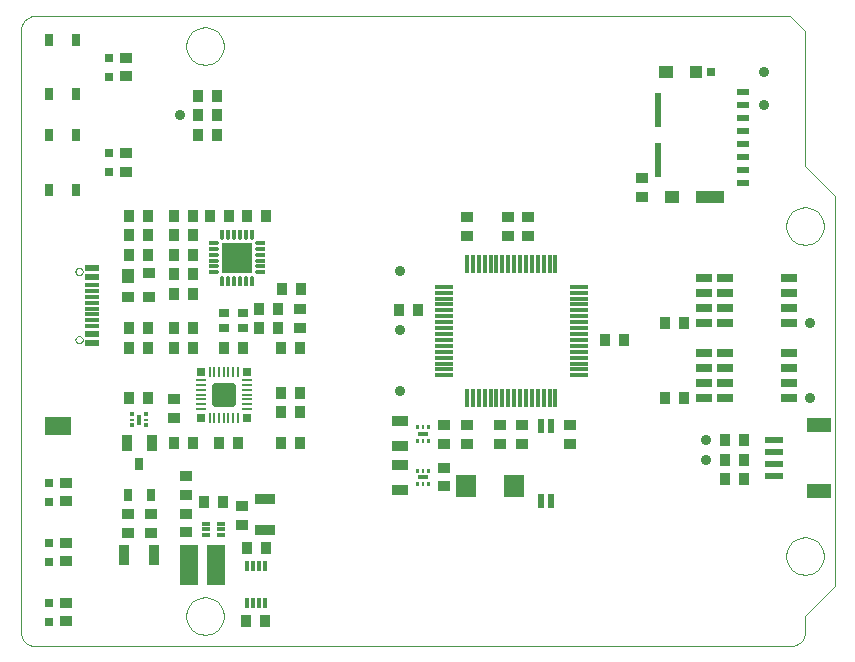
<source format=gbr>
G04 PROTEUS RS274X GERBER FILE*
%FSLAX45Y45*%
%MOMM*%
G01*
%ADD17R,0.700000X1.000000*%
%ADD18R,0.800000X0.800000*%
%ADD19R,2.200000X1.650000*%
%ADD70R,1.050000X0.900000*%
%ADD71R,0.900000X1.050000*%
%ADD24R,2.390000X1.050000*%
%ADD25R,1.200000X1.050000*%
%ADD26R,1.080000X1.050000*%
%ADD27R,0.550000X2.910000*%
%ADD28R,1.000000X0.500000*%
%ADD29R,0.780000X0.720000*%
%ADD72R,1.500000X0.300000*%
%ADD73R,0.300000X1.500000*%
%ADD30R,0.300000X0.850000*%
%ADD31R,0.600000X1.200000*%
%ADD32C,0.889000*%
%ADD33C,0.150000*%
%ADD36R,1.150000X0.600000*%
%ADD37R,1.150000X0.300000*%
%AMPPAD114*
4,1,23,
-0.285590,0.149240,
-0.300670,0.147020,
-0.329030,0.138430,
-0.354540,0.124790,
-0.376640,0.106640,
-0.394790,0.084540,
-0.408430,0.059030,
-0.417020,0.030670,
-0.419240,0.015590,
-0.420000,0.000000,
-0.419240,-0.015590,
-0.417020,-0.030670,
-0.408430,-0.059030,
-0.394790,-0.084540,
-0.376640,-0.106640,
-0.354540,-0.124790,
-0.329030,-0.138430,
-0.300670,-0.147020,
-0.285590,-0.149240,
-0.270000,-0.150000,
0.420000,-0.150000,
0.420000,0.150000,
-0.270000,0.150000,
-0.285590,0.149240,
0*%
%ADD124PPAD114*%
%AMPPAD115*
4,1,23,
-0.150000,-0.270000,
-0.149240,-0.285590,
-0.147020,-0.300670,
-0.138430,-0.329030,
-0.124790,-0.354540,
-0.106640,-0.376640,
-0.084540,-0.394790,
-0.059030,-0.408430,
-0.030670,-0.417020,
-0.015590,-0.419240,
0.000000,-0.420000,
0.015590,-0.419240,
0.030670,-0.417020,
0.059030,-0.408430,
0.084540,-0.394790,
0.106640,-0.376640,
0.124790,-0.354540,
0.138430,-0.329030,
0.147020,-0.300670,
0.149240,-0.285590,
0.150000,-0.270000,
0.150000,0.420000,
-0.150000,0.420000,
-0.150000,-0.270000,
0*%
%ADD125PPAD115*%
%AMPPAD116*
4,1,23,
-0.420000,-0.150000,
0.270000,-0.150000,
0.285590,-0.149240,
0.300670,-0.147020,
0.329030,-0.138430,
0.354540,-0.124790,
0.376640,-0.106640,
0.394790,-0.084540,
0.408430,-0.059030,
0.417020,-0.030670,
0.419240,-0.015590,
0.420000,0.000000,
0.419240,0.015590,
0.417020,0.030670,
0.408430,0.059030,
0.394790,0.084540,
0.376640,0.106640,
0.354540,0.124790,
0.329030,0.138430,
0.300670,0.147020,
0.285590,0.149240,
0.270000,0.150000,
-0.420000,0.150000,
-0.420000,-0.150000,
0*%
%ADD126PPAD116*%
%AMPPAD117*
4,1,23,
-0.015590,0.419240,
-0.030670,0.417020,
-0.059030,0.408430,
-0.084540,0.394790,
-0.106640,0.376640,
-0.124790,0.354540,
-0.138430,0.329030,
-0.147020,0.300670,
-0.149240,0.285590,
-0.150000,0.270000,
-0.150000,-0.420000,
0.150000,-0.420000,
0.150000,0.270000,
0.149240,0.285590,
0.147020,0.300670,
0.138430,0.329030,
0.124790,0.354540,
0.106640,0.376640,
0.084540,0.394790,
0.059030,0.408430,
0.030670,0.417020,
0.015590,0.419240,
0.000000,0.420000,
-0.015590,0.419240,
0*%
%ADD127PPAD117*%
%ADD42R,2.600000X2.600000*%
%ADD43R,0.900000X0.800000*%
%ADD44R,1.016000X1.270000*%
%ADD45R,1.016000X0.889000*%
%AMPPAD118*
4,1,36,
-0.423480,-0.039380,
-0.419120,-0.053790,
-0.412190,-0.066740,
-0.402970,-0.077970,
-0.391750,-0.087190,
-0.378790,-0.094120,
-0.364380,-0.098480,
-0.348800,-0.100000,
0.348800,-0.100000,
0.364380,-0.098480,
0.378790,-0.094120,
0.391750,-0.087190,
0.402970,-0.077970,
0.412190,-0.066740,
0.419120,-0.053790,
0.423480,-0.039380,
0.425000,-0.023800,
0.425000,0.023800,
0.423480,0.039380,
0.419120,0.053790,
0.412190,0.066740,
0.402970,0.077970,
0.391750,0.087190,
0.378790,0.094120,
0.364380,0.098480,
0.348800,0.100000,
-0.348800,0.100000,
-0.364380,0.098480,
-0.378790,0.094120,
-0.391750,0.087190,
-0.402970,0.077970,
-0.412190,0.066740,
-0.419120,0.053790,
-0.423480,0.039380,
-0.425000,0.023800,
-0.425000,-0.023800,
-0.423480,-0.039380,
0*%
%ADD128PPAD118*%
%AMPPAD119*
4,1,36,
0.039380,-0.423480,
0.053790,-0.419120,
0.066740,-0.412190,
0.077970,-0.402970,
0.087190,-0.391750,
0.094120,-0.378790,
0.098480,-0.364380,
0.100000,-0.348800,
0.100000,0.348800,
0.098480,0.364380,
0.094120,0.378790,
0.087190,0.391750,
0.077970,0.402970,
0.066740,0.412190,
0.053790,0.419120,
0.039380,0.423480,
0.023800,0.425000,
-0.023800,0.425000,
-0.039380,0.423480,
-0.053790,0.419120,
-0.066740,0.412190,
-0.077970,0.402970,
-0.087190,0.391750,
-0.094120,0.378790,
-0.098480,0.364380,
-0.100000,0.348800,
-0.100000,-0.348800,
-0.098480,-0.364380,
-0.094120,-0.378790,
-0.087190,-0.391750,
-0.077970,-0.402970,
-0.066740,-0.412190,
-0.053790,-0.419120,
-0.039380,-0.423480,
-0.023800,-0.425000,
0.023800,-0.425000,
0.039380,-0.423480,
0*%
%ADD129PPAD119*%
%AMPPAD120*
4,1,36,
0.797930,-0.994950,
0.845960,-0.980400,
0.889150,-0.957300,
0.926580,-0.926580,
0.957300,-0.889150,
0.980400,-0.845960,
0.994950,-0.797930,
1.000000,-0.746000,
1.000000,0.746000,
0.994950,0.797930,
0.980400,0.845960,
0.957300,0.889150,
0.926580,0.926580,
0.889150,0.957300,
0.845960,0.980400,
0.797930,0.994950,
0.746000,1.000000,
-0.746000,1.000000,
-0.797930,0.994950,
-0.845960,0.980400,
-0.889150,0.957300,
-0.926580,0.926580,
-0.957300,0.889150,
-0.980400,0.845960,
-0.994950,0.797930,
-1.000000,0.746000,
-1.000000,-0.746000,
-0.994950,-0.797930,
-0.980400,-0.845960,
-0.957300,-0.889150,
-0.926580,-0.926580,
-0.889150,-0.957300,
-0.845960,-0.980400,
-0.797930,-0.994950,
-0.746000,-1.000000,
0.746000,-1.000000,
0.797930,-0.994950,
0*%
%ADD130PPAD120*%
%ADD49R,0.780000X0.780000*%
%ADD50R,1.473200X0.635000*%
%ADD51R,0.711200X0.990600*%
%ADD52R,0.350000X0.180000*%
%ADD53R,0.300000X0.940000*%
%ADD54R,0.889000X1.397000*%
%ADD55R,0.180000X0.350000*%
%ADD56R,0.940000X0.300000*%
%ADD57R,1.397000X0.889000*%
%ADD58R,1.800000X1.900000*%
%ADD59R,0.670000X0.300000*%
%ADD60R,1.500000X3.500000*%
%ADD61R,1.800000X0.900000*%
%ADD62R,0.900000X1.800000*%
%ADD63R,2.000000X1.200000*%
%ADD64R,1.550000X0.600000*%
%ADD65C,0.025400*%
D17*
X+466300Y+3864350D03*
X+466300Y+4324350D03*
X+241300Y+4324350D03*
X+241300Y+3864350D03*
X+466300Y+4670800D03*
X+466300Y+5130800D03*
X+241300Y+5130800D03*
X+241300Y+4670800D03*
D18*
X+241300Y+368200D03*
X+241300Y+203200D03*
D19*
X+318250Y+1866700D03*
D70*
X+387350Y+716200D03*
X+387350Y+876200D03*
X+387350Y+368200D03*
X+387350Y+208200D03*
D18*
X+241300Y+876200D03*
X+241300Y+711200D03*
D71*
X+1080400Y+2692200D03*
X+920400Y+2692200D03*
D70*
X+387350Y+1224200D03*
X+387350Y+1384200D03*
D18*
X+241300Y+1384200D03*
X+241300Y+1219200D03*
D24*
X+5836500Y+3800600D03*
D25*
X+5461000Y+4864100D03*
D26*
X+5722000Y+4864100D03*
D27*
X+5393500Y+4117100D03*
X+5393500Y+4536100D03*
D25*
X+5518000Y+3800600D03*
D28*
X+6117000Y+4688100D03*
X+6117000Y+4578100D03*
X+6117000Y+4468100D03*
X+6117000Y+4358100D03*
X+6117000Y+4248100D03*
X+6117000Y+4138100D03*
X+6117000Y+4028100D03*
X+6117000Y+3918100D03*
D29*
X+5849000Y+4864100D03*
D72*
X+3584400Y+3042400D03*
X+3584400Y+2992400D03*
X+3584400Y+2942400D03*
X+3584400Y+2892400D03*
X+3584400Y+2842400D03*
X+3584400Y+2792400D03*
X+3584400Y+2742400D03*
X+3584400Y+2692400D03*
X+3584400Y+2642400D03*
X+3584400Y+2592400D03*
X+3584400Y+2542400D03*
X+3584400Y+2492400D03*
X+3584400Y+2442400D03*
X+3584400Y+2392400D03*
X+3584400Y+2342400D03*
X+3584400Y+2292400D03*
D73*
X+3779400Y+2097400D03*
X+3829400Y+2097400D03*
X+3879400Y+2097400D03*
X+3929400Y+2097400D03*
X+3979400Y+2097400D03*
X+4029400Y+2097400D03*
X+4079400Y+2097400D03*
X+4129400Y+2097400D03*
X+4179400Y+2097400D03*
X+4229400Y+2097400D03*
X+4279400Y+2097400D03*
X+4329400Y+2097400D03*
X+4379400Y+2097400D03*
X+4429400Y+2097400D03*
X+4479400Y+2097400D03*
X+4529400Y+2097400D03*
D72*
X+4724400Y+2292400D03*
X+4724400Y+2342400D03*
X+4724400Y+2392400D03*
X+4724400Y+2442400D03*
X+4724400Y+2492400D03*
X+4724400Y+2542400D03*
X+4724400Y+2592400D03*
X+4724400Y+2642400D03*
X+4724400Y+2692400D03*
X+4724400Y+2742400D03*
X+4724400Y+2792400D03*
X+4724400Y+2842400D03*
X+4724400Y+2892400D03*
X+4724400Y+2942400D03*
X+4724400Y+2992400D03*
X+4724400Y+3042400D03*
D73*
X+4529400Y+3237400D03*
X+4479400Y+3237400D03*
X+4429400Y+3237400D03*
X+4379400Y+3237400D03*
X+4329400Y+3237400D03*
X+4279400Y+3237400D03*
X+4229400Y+3237400D03*
X+4179400Y+3237400D03*
X+4129400Y+3237400D03*
X+4079400Y+3237400D03*
X+4029400Y+3237400D03*
X+3979400Y+3237400D03*
X+3929400Y+3237400D03*
X+3879400Y+3237400D03*
X+3829400Y+3237400D03*
X+3779400Y+3237400D03*
D30*
X+2065725Y+676600D03*
X+2015725Y+676600D03*
X+1965725Y+676600D03*
X+1915725Y+676600D03*
X+1915725Y+360600D03*
X+1965725Y+360600D03*
X+2015725Y+360600D03*
X+2065725Y+360600D03*
D70*
X+4294500Y+3472350D03*
X+4294500Y+3632350D03*
X+4129400Y+3472350D03*
X+4129400Y+3632350D03*
X+3779400Y+3472350D03*
X+3779400Y+3632350D03*
D71*
X+3362150Y+2842400D03*
X+3202150Y+2842400D03*
D70*
X+3779400Y+1875150D03*
X+3779400Y+1715150D03*
X+4060350Y+1875150D03*
X+4060350Y+1715150D03*
D71*
X+4946650Y+2592400D03*
X+5106650Y+2592400D03*
X+1767450Y+3644700D03*
X+1607450Y+3644700D03*
D31*
X+4403250Y+1862450D03*
X+4403250Y+1232450D03*
X+4493250Y+1232450D03*
X+4493250Y+1862450D03*
D70*
X+4244500Y+1715150D03*
X+4244500Y+1875150D03*
X+4653440Y+1715150D03*
X+4653440Y+1875150D03*
D71*
X+1456300Y+2984300D03*
X+1296300Y+2984300D03*
X+1080400Y+2527100D03*
X+920400Y+2527100D03*
X+2020200Y+2857300D03*
X+2180200Y+2857300D03*
D70*
X+5264150Y+3962400D03*
X+5264150Y+3802400D03*
D32*
X+6294800Y+4863850D03*
X+6294800Y+4578100D03*
D71*
X+2071350Y+208200D03*
X+1911350Y+208200D03*
X+2074525Y+827325D03*
X+1914525Y+827325D03*
D33*
X+495750Y+2593500D03*
X+495750Y+3171500D03*
D36*
X+603250Y+3202500D03*
X+603250Y+3122500D03*
D37*
X+603250Y+3007500D03*
X+603250Y+2907500D03*
X+603250Y+2857500D03*
X+603250Y+2757500D03*
D36*
X+603250Y+2562500D03*
X+603250Y+2642500D03*
D37*
X+603250Y+2707500D03*
X+603250Y+2807500D03*
X+603250Y+2957500D03*
X+603250Y+3057500D03*
D124*
X+2027950Y+3164500D03*
X+2027950Y+3214500D03*
X+2027950Y+3264500D03*
X+2027950Y+3314500D03*
X+2027950Y+3364500D03*
X+2027950Y+3414500D03*
D125*
X+1957950Y+3484500D03*
X+1907950Y+3484500D03*
X+1857950Y+3484500D03*
X+1807950Y+3484500D03*
X+1757950Y+3484500D03*
X+1707950Y+3484500D03*
D126*
X+1637950Y+3414500D03*
X+1637950Y+3364500D03*
X+1637950Y+3314500D03*
X+1637950Y+3264500D03*
X+1637950Y+3214500D03*
X+1637950Y+3164500D03*
D127*
X+1707950Y+3094500D03*
X+1757950Y+3094500D03*
X+1807950Y+3094500D03*
X+1857950Y+3094500D03*
X+1907950Y+3094500D03*
X+1957950Y+3094500D03*
D42*
X+1832950Y+3289500D03*
D43*
X+1721750Y+2692200D03*
X+1881750Y+2692200D03*
X+1881750Y+2822200D03*
X+1721750Y+2822200D03*
D71*
X+920400Y+3314500D03*
X+1080400Y+3314500D03*
X+1080400Y+3644700D03*
X+920400Y+3644700D03*
X+920400Y+3479600D03*
X+1080400Y+3479600D03*
D44*
X+908970Y+3135430D03*
D45*
X+908970Y+2955090D03*
X+1091850Y+2955090D03*
X+1091850Y+3155750D03*
D71*
X+1296300Y+3314500D03*
X+1456300Y+3314500D03*
X+1296300Y+3644700D03*
X+1456300Y+3644700D03*
X+1456300Y+3149400D03*
X+1296300Y+3149400D03*
X+1296300Y+3479600D03*
X+1456300Y+3479600D03*
X+1456300Y+2692200D03*
X+1296300Y+2692200D03*
X+2020200Y+2692200D03*
X+2180200Y+2692200D03*
D70*
X+2364350Y+2857300D03*
X+2364350Y+2697300D03*
D71*
X+2211950Y+3022400D03*
X+2371950Y+3022400D03*
X+1919850Y+3644700D03*
X+2079850Y+3644700D03*
D18*
X+749300Y+4176900D03*
X+749300Y+4011900D03*
D70*
X+895350Y+4016900D03*
X+895350Y+4176900D03*
D18*
X+749300Y+4983350D03*
X+749300Y+4818350D03*
D70*
X+895350Y+4823350D03*
X+895350Y+4983350D03*
D128*
X+1525500Y+2248900D03*
X+1525500Y+2208900D03*
X+1525500Y+2168900D03*
X+1525500Y+2128900D03*
X+1525500Y+2088900D03*
X+1525500Y+2048900D03*
X+1525500Y+2008900D03*
D129*
X+1600500Y+1933900D03*
X+1640500Y+1933900D03*
X+1680500Y+1933900D03*
X+1720500Y+1933900D03*
X+1760500Y+1933900D03*
X+1800500Y+1933900D03*
X+1840500Y+1933900D03*
D128*
X+1915500Y+2008900D03*
X+1915500Y+2048900D03*
X+1915500Y+2088900D03*
X+1915500Y+2128900D03*
X+1915500Y+2168900D03*
X+1915500Y+2208900D03*
X+1915500Y+2248900D03*
D129*
X+1840500Y+2323900D03*
X+1800500Y+2323900D03*
X+1760500Y+2323900D03*
X+1720500Y+2323900D03*
X+1680500Y+2323900D03*
X+1640500Y+2323900D03*
X+1600500Y+2323900D03*
D130*
X+1720500Y+2128900D03*
D49*
X+1525500Y+2323900D03*
X+1525500Y+1933900D03*
X+1915500Y+1933900D03*
X+1915500Y+2323900D03*
D71*
X+1720500Y+2527100D03*
X+1880500Y+2527100D03*
X+2204350Y+2525850D03*
X+2364350Y+2525850D03*
D50*
X+6502400Y+2738400D03*
X+6502400Y+2865400D03*
X+6502400Y+2992400D03*
X+6502400Y+3119400D03*
X+5784850Y+3119400D03*
X+5962400Y+3119400D03*
X+5784850Y+2992400D03*
X+5962400Y+2992400D03*
X+5962400Y+2865400D03*
X+5784850Y+2865400D03*
X+5962400Y+2738400D03*
X+5784850Y+2738400D03*
X+6502400Y+2103400D03*
X+6502400Y+2230400D03*
X+6502400Y+2357400D03*
X+6502400Y+2484400D03*
X+5784850Y+2484400D03*
X+5962400Y+2484400D03*
X+5784850Y+2357400D03*
X+5962400Y+2357400D03*
X+5962400Y+2230400D03*
X+5784850Y+2230400D03*
X+5962400Y+2103400D03*
X+5784850Y+2103400D03*
D71*
X+1456300Y+2527100D03*
X+1296300Y+2527100D03*
X+2204350Y+2144850D03*
X+2364350Y+2144850D03*
X+2204350Y+1979750D03*
X+2364350Y+1979750D03*
X+1456300Y+1719717D03*
X+1296300Y+1719717D03*
X+2364350Y+1719400D03*
X+2204350Y+1719400D03*
X+1680500Y+1719717D03*
X+1840500Y+1719717D03*
D51*
X+910220Y+1280297D03*
X+1100720Y+1280297D03*
X+1004200Y+1541917D03*
D70*
X+1296300Y+2089267D03*
X+1296300Y+1929267D03*
X+910220Y+1121547D03*
X+910220Y+961547D03*
X+1100720Y+961547D03*
X+1100720Y+1121547D03*
D32*
X+6680200Y+2738400D03*
X+6680200Y+2103400D03*
D71*
X+5613400Y+2103400D03*
X+5453400Y+2103400D03*
X+5613400Y+2738400D03*
X+5453400Y+2738400D03*
D52*
X+946700Y+1969267D03*
X+946700Y+1956567D03*
X+946700Y+1916567D03*
X+946700Y+1876567D03*
X+946700Y+1863867D03*
X+1061700Y+1876567D03*
X+1061700Y+1863867D03*
X+1061700Y+1916567D03*
X+1061700Y+1969267D03*
X+1061700Y+1956567D03*
D53*
X+1004200Y+1916567D03*
D71*
X+920400Y+2100717D03*
X+1080400Y+2100717D03*
D54*
X+1112150Y+1719717D03*
X+898790Y+1719717D03*
D55*
X+3459000Y+1855200D03*
X+3446300Y+1855200D03*
X+3406300Y+1855200D03*
X+3366300Y+1855200D03*
X+3353600Y+1855200D03*
X+3366300Y+1740200D03*
X+3353600Y+1740200D03*
X+3406300Y+1740200D03*
X+3459000Y+1740200D03*
X+3446300Y+1740200D03*
D56*
X+3406300Y+1797700D03*
D55*
X+3459000Y+1486550D03*
X+3446300Y+1486550D03*
X+3406300Y+1486550D03*
X+3366300Y+1486550D03*
X+3353600Y+1486550D03*
X+3366300Y+1371550D03*
X+3353600Y+1371550D03*
X+3406300Y+1371550D03*
X+3459000Y+1371550D03*
X+3446300Y+1371550D03*
D56*
X+3406300Y+1429050D03*
D71*
X+1663700Y+4660900D03*
X+1503700Y+4660900D03*
X+1663700Y+4495800D03*
X+1503700Y+4495800D03*
D32*
X+1346200Y+4495800D03*
D71*
X+1503700Y+4330700D03*
X+1663700Y+4330700D03*
D70*
X+3588900Y+1875150D03*
X+3588900Y+1715150D03*
D57*
X+3209450Y+1692290D03*
X+3209450Y+1905650D03*
X+3209450Y+1320180D03*
X+3209450Y+1533540D03*
D70*
X+3588900Y+1511950D03*
X+3588900Y+1351950D03*
D58*
X+4179925Y+1354175D03*
X+3769925Y+1354175D03*
D59*
X+1698150Y+937850D03*
X+1698150Y+987850D03*
X+1698150Y+1037850D03*
X+1571150Y+1037850D03*
X+1571150Y+987850D03*
X+1571150Y+937850D03*
D60*
X+1653700Y+689400D03*
X+1423700Y+689400D03*
D61*
X+2072800Y+984550D03*
X+2072800Y+1241850D03*
D62*
X+1131200Y+773567D03*
X+873900Y+773567D03*
D70*
X+1874150Y+1027567D03*
X+1874150Y+1187567D03*
D71*
X+1717200Y+1216450D03*
X+1557200Y+1216450D03*
D70*
X+1399170Y+1280297D03*
X+1399170Y+1440297D03*
X+1399700Y+1122450D03*
X+1399700Y+962450D03*
D32*
X+3209450Y+2159650D03*
X+3209450Y+2680350D03*
X+3209450Y+3175650D03*
D71*
X+5964900Y+1743250D03*
X+6124900Y+1743250D03*
X+5964900Y+1579750D03*
X+6124900Y+1579750D03*
D63*
X+6756400Y+1873250D03*
X+6756400Y+1313250D03*
D64*
X+6378900Y+1443250D03*
X+6378900Y+1543250D03*
X+6378900Y+1643250D03*
X+6378900Y+1743250D03*
D71*
X+6124900Y+1414650D03*
X+5964900Y+1414650D03*
D32*
X+5799800Y+1579750D03*
X+5799800Y+1743250D03*
D65*
X+6800850Y+762000D02*
X+6800320Y+774958D01*
X+6796016Y+800876D01*
X+6787025Y+826794D01*
X+6772380Y+852712D01*
X+6749976Y+878466D01*
X+6724058Y+897958D01*
X+6698140Y+910530D01*
X+6672222Y+917866D01*
X+6646304Y+920694D01*
X+6642100Y+920750D01*
X+6483350Y+762000D02*
X+6483880Y+774958D01*
X+6488184Y+800876D01*
X+6497175Y+826794D01*
X+6511820Y+852712D01*
X+6534224Y+878466D01*
X+6560142Y+897958D01*
X+6586060Y+910530D01*
X+6611978Y+917866D01*
X+6637896Y+920694D01*
X+6642100Y+920750D01*
X+6483350Y+762000D02*
X+6483880Y+749042D01*
X+6488184Y+723124D01*
X+6497175Y+697206D01*
X+6511820Y+671288D01*
X+6534224Y+645534D01*
X+6560142Y+626042D01*
X+6586060Y+613470D01*
X+6611978Y+606134D01*
X+6637896Y+603306D01*
X+6642100Y+603250D01*
X+6800850Y+762000D02*
X+6800320Y+749042D01*
X+6796016Y+723124D01*
X+6787025Y+697206D01*
X+6772380Y+671288D01*
X+6749976Y+645534D01*
X+6724058Y+626042D01*
X+6698140Y+613470D01*
X+6672222Y+606134D01*
X+6646304Y+603306D01*
X+6642100Y+603250D01*
X+6800850Y+3556000D02*
X+6800320Y+3568958D01*
X+6796016Y+3594876D01*
X+6787025Y+3620794D01*
X+6772380Y+3646712D01*
X+6749976Y+3672466D01*
X+6724058Y+3691958D01*
X+6698140Y+3704530D01*
X+6672222Y+3711866D01*
X+6646304Y+3714694D01*
X+6642100Y+3714750D01*
X+6483350Y+3556000D02*
X+6483880Y+3568958D01*
X+6488184Y+3594876D01*
X+6497175Y+3620794D01*
X+6511820Y+3646712D01*
X+6534224Y+3672466D01*
X+6560142Y+3691958D01*
X+6586060Y+3704530D01*
X+6611978Y+3711866D01*
X+6637896Y+3714694D01*
X+6642100Y+3714750D01*
X+6483350Y+3556000D02*
X+6483880Y+3543042D01*
X+6488184Y+3517124D01*
X+6497175Y+3491206D01*
X+6511820Y+3465288D01*
X+6534224Y+3439534D01*
X+6560142Y+3420042D01*
X+6586060Y+3407470D01*
X+6611978Y+3400134D01*
X+6637896Y+3397306D01*
X+6642100Y+3397250D01*
X+6800850Y+3556000D02*
X+6800320Y+3543042D01*
X+6796016Y+3517124D01*
X+6787025Y+3491206D01*
X+6772380Y+3465288D01*
X+6749976Y+3439534D01*
X+6724058Y+3420042D01*
X+6698140Y+3407470D01*
X+6672222Y+3400134D01*
X+6646304Y+3397306D01*
X+6642100Y+3397250D01*
X+1720850Y+5080000D02*
X+1720320Y+5092958D01*
X+1716016Y+5118876D01*
X+1707025Y+5144794D01*
X+1692380Y+5170712D01*
X+1669976Y+5196466D01*
X+1644058Y+5215958D01*
X+1618140Y+5228530D01*
X+1592222Y+5235866D01*
X+1566304Y+5238694D01*
X+1562100Y+5238750D01*
X+1403350Y+5080000D02*
X+1403880Y+5092958D01*
X+1408184Y+5118876D01*
X+1417175Y+5144794D01*
X+1431820Y+5170712D01*
X+1454224Y+5196466D01*
X+1480142Y+5215958D01*
X+1506060Y+5228530D01*
X+1531978Y+5235866D01*
X+1557896Y+5238694D01*
X+1562100Y+5238750D01*
X+1403350Y+5080000D02*
X+1403880Y+5067042D01*
X+1408184Y+5041124D01*
X+1417175Y+5015206D01*
X+1431820Y+4989288D01*
X+1454224Y+4963534D01*
X+1480142Y+4944042D01*
X+1506060Y+4931470D01*
X+1531978Y+4924134D01*
X+1557896Y+4921306D01*
X+1562100Y+4921250D01*
X+1720850Y+5080000D02*
X+1720320Y+5067042D01*
X+1716016Y+5041124D01*
X+1707025Y+5015206D01*
X+1692380Y+4989288D01*
X+1669976Y+4963534D01*
X+1644058Y+4944042D01*
X+1618140Y+4931470D01*
X+1592222Y+4924134D01*
X+1566304Y+4921306D01*
X+1562100Y+4921250D01*
X+1720850Y+254000D02*
X+1720320Y+266958D01*
X+1716016Y+292876D01*
X+1707025Y+318794D01*
X+1692380Y+344712D01*
X+1669976Y+370466D01*
X+1644058Y+389958D01*
X+1618140Y+402530D01*
X+1592222Y+409866D01*
X+1566304Y+412694D01*
X+1562100Y+412750D01*
X+1403350Y+254000D02*
X+1403880Y+266958D01*
X+1408184Y+292876D01*
X+1417175Y+318794D01*
X+1431820Y+344712D01*
X+1454224Y+370466D01*
X+1480142Y+389958D01*
X+1506060Y+402530D01*
X+1531978Y+409866D01*
X+1557896Y+412694D01*
X+1562100Y+412750D01*
X+1403350Y+254000D02*
X+1403880Y+241042D01*
X+1408184Y+215124D01*
X+1417175Y+189206D01*
X+1431820Y+163288D01*
X+1454224Y+137534D01*
X+1480142Y+118042D01*
X+1506060Y+105470D01*
X+1531978Y+98134D01*
X+1557896Y+95306D01*
X+1562100Y+95250D01*
X+1720850Y+254000D02*
X+1720320Y+241042D01*
X+1716016Y+215124D01*
X+1707025Y+189206D01*
X+1692380Y+163288D01*
X+1669976Y+137534D01*
X+1644058Y+118042D01*
X+1618140Y+105470D01*
X+1592222Y+98134D01*
X+1566304Y+95306D01*
X+1562100Y+95250D01*
X+127000Y+0D02*
X+101032Y+2527D01*
X+77018Y+9798D01*
X+55423Y+21347D01*
X+36711Y+36711D01*
X+21348Y+55423D01*
X+9798Y+77018D01*
X+2527Y+101032D01*
X+0Y+127000D01*
X+0Y+5207000D01*
X+2527Y+5232967D01*
X+9798Y+5256981D01*
X+21348Y+5278577D01*
X+36711Y+5297289D01*
X+55423Y+5312652D01*
X+77018Y+5324202D01*
X+101032Y+5331473D01*
X+127000Y+5334000D01*
X+6515100Y+5334000D01*
X+6642100Y+5207000D01*
X+6642100Y+4064000D01*
X+6896100Y+3810000D01*
X+6896100Y+508000D01*
X+6642100Y+254000D01*
X+6642100Y+127000D01*
X+6639573Y+101032D01*
X+6632302Y+77018D01*
X+6620752Y+55423D01*
X+6605389Y+36711D01*
X+6586677Y+21347D01*
X+6565081Y+9798D01*
X+6541067Y+2527D01*
X+6515100Y+0D01*
X+127000Y+0D01*
X+526230Y+3171500D02*
X+526125Y+3174029D01*
X+525270Y+3179088D01*
X+523482Y+3184147D01*
X+520560Y+3189206D01*
X+516090Y+3194201D01*
X+511031Y+3197873D01*
X+505972Y+3200215D01*
X+500913Y+3201540D01*
X+495854Y+3201980D01*
X+495750Y+3201980D01*
X+465270Y+3171500D02*
X+465375Y+3174029D01*
X+466230Y+3179088D01*
X+468018Y+3184147D01*
X+470940Y+3189206D01*
X+475410Y+3194201D01*
X+480469Y+3197873D01*
X+485528Y+3200215D01*
X+490587Y+3201540D01*
X+495646Y+3201980D01*
X+495750Y+3201980D01*
X+465270Y+3171500D02*
X+465375Y+3168971D01*
X+466230Y+3163912D01*
X+468018Y+3158853D01*
X+470940Y+3153794D01*
X+475410Y+3148799D01*
X+480469Y+3145127D01*
X+485528Y+3142785D01*
X+490587Y+3141460D01*
X+495646Y+3141020D01*
X+495750Y+3141020D01*
X+526230Y+3171500D02*
X+526125Y+3168971D01*
X+525270Y+3163912D01*
X+523482Y+3158853D01*
X+520560Y+3153794D01*
X+516090Y+3148799D01*
X+511031Y+3145127D01*
X+505972Y+3142785D01*
X+500913Y+3141460D01*
X+495854Y+3141020D01*
X+495750Y+3141020D01*
X+526230Y+2593500D02*
X+526125Y+2596029D01*
X+525270Y+2601088D01*
X+523482Y+2606147D01*
X+520560Y+2611206D01*
X+516090Y+2616201D01*
X+511031Y+2619873D01*
X+505972Y+2622215D01*
X+500913Y+2623540D01*
X+495854Y+2623980D01*
X+495750Y+2623980D01*
X+465270Y+2593500D02*
X+465375Y+2596029D01*
X+466230Y+2601088D01*
X+468018Y+2606147D01*
X+470940Y+2611206D01*
X+475410Y+2616201D01*
X+480469Y+2619873D01*
X+485528Y+2622215D01*
X+490587Y+2623540D01*
X+495646Y+2623980D01*
X+495750Y+2623980D01*
X+465270Y+2593500D02*
X+465375Y+2590971D01*
X+466230Y+2585912D01*
X+468018Y+2580853D01*
X+470940Y+2575794D01*
X+475410Y+2570799D01*
X+480469Y+2567127D01*
X+485528Y+2564785D01*
X+490587Y+2563460D01*
X+495646Y+2563020D01*
X+495750Y+2563020D01*
X+526230Y+2593500D02*
X+526125Y+2590971D01*
X+525270Y+2585912D01*
X+523482Y+2580853D01*
X+520560Y+2575794D01*
X+516090Y+2570799D01*
X+511031Y+2567127D01*
X+505972Y+2564785D01*
X+500913Y+2563460D01*
X+495854Y+2563020D01*
X+495750Y+2563020D01*
M02*

</source>
